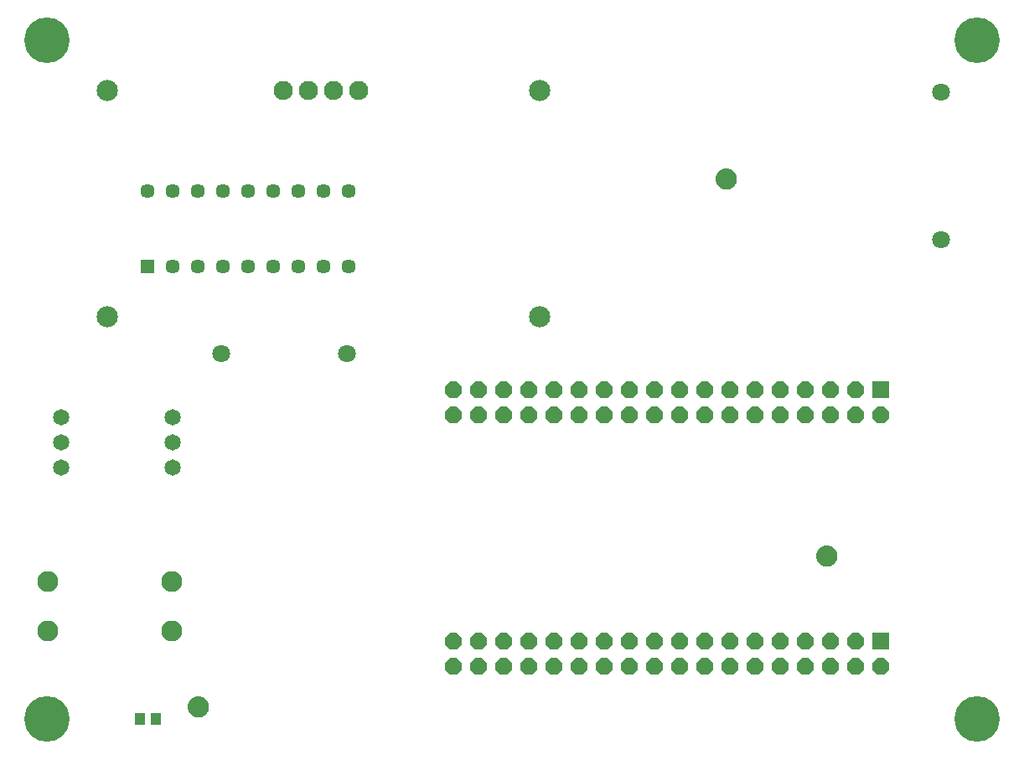
<source format=gbr>
G04 EAGLE Gerber RS-274X export*
G75*
%MOMM*%
%FSLAX34Y34*%
%LPD*%
%INSoldermask Top*%
%IPPOS*%
%AMOC8*
5,1,8,0,0,1.08239X$1,22.5*%
G01*
%ADD10C,2.112400*%
%ADD11C,1.803400*%
%ADD12R,1.447800X1.447800*%
%ADD13C,1.447800*%
%ADD14C,2.152400*%
%ADD15C,1.930400*%
%ADD16C,1.651000*%
%ADD17R,1.676400X1.676400*%
%ADD18P,1.814519X8X202.500000*%
%ADD19C,4.597400*%
%ADD20C,0.609600*%
%ADD21C,1.168400*%
%ADD22R,1.102359X1.183641*%


D10*
X39100Y177400D03*
X39100Y127400D03*
X164100Y127400D03*
X164100Y177400D03*
D11*
X341100Y407700D03*
X214100Y407700D03*
D12*
X139700Y495300D03*
D13*
X165100Y495300D03*
X190500Y495300D03*
X215900Y495300D03*
X241300Y495300D03*
X266700Y495300D03*
X292100Y495300D03*
X317500Y495300D03*
X342900Y495300D03*
X342900Y571500D03*
X317500Y571500D03*
X292100Y571500D03*
X266700Y571500D03*
X241300Y571500D03*
X215900Y571500D03*
X190500Y571500D03*
X165100Y571500D03*
X139700Y571500D03*
D11*
X941100Y522500D03*
X941100Y671300D03*
D14*
X535940Y444500D03*
X99060Y444500D03*
X535940Y673100D03*
X99060Y673100D03*
D15*
X276860Y673100D03*
X302260Y673100D03*
X327660Y673100D03*
X353060Y673100D03*
D16*
X165100Y342900D03*
X165100Y317500D03*
X165100Y292100D03*
X52578Y342900D03*
X52578Y317500D03*
X52578Y292100D03*
D17*
X880700Y371100D03*
D18*
X880700Y345700D03*
X855300Y371100D03*
X855300Y345700D03*
X829900Y371100D03*
X829900Y345700D03*
X804500Y371100D03*
X804500Y345700D03*
X779100Y371100D03*
X779100Y345700D03*
X753700Y371100D03*
X753700Y345700D03*
X728300Y371100D03*
X728300Y345700D03*
X702900Y371100D03*
X702900Y345700D03*
X677500Y371100D03*
X677500Y345700D03*
X652100Y371100D03*
X652100Y345700D03*
X626700Y371100D03*
X626700Y345700D03*
X601300Y371100D03*
X601300Y345700D03*
X575900Y371100D03*
X575900Y345700D03*
X550500Y371100D03*
X550500Y345700D03*
X525100Y371100D03*
X525100Y345700D03*
X499700Y371100D03*
X499700Y345700D03*
X474300Y371100D03*
X474300Y345700D03*
X448900Y371100D03*
X448900Y345700D03*
D17*
X880700Y117100D03*
D18*
X880700Y91700D03*
X855300Y117100D03*
X855300Y91700D03*
X829900Y117100D03*
X829900Y91700D03*
X804500Y117100D03*
X804500Y91700D03*
X779100Y117100D03*
X779100Y91700D03*
X753700Y117100D03*
X753700Y91700D03*
X728300Y117100D03*
X728300Y91700D03*
X702900Y117100D03*
X702900Y91700D03*
X677500Y117100D03*
X677500Y91700D03*
X652100Y117100D03*
X652100Y91700D03*
X626700Y117100D03*
X626700Y91700D03*
X601300Y117100D03*
X601300Y91700D03*
X575900Y117100D03*
X575900Y91700D03*
X550500Y117100D03*
X550500Y91700D03*
X525100Y117100D03*
X525100Y91700D03*
X499700Y117100D03*
X499700Y91700D03*
X474300Y117100D03*
X474300Y91700D03*
X448900Y117100D03*
X448900Y91700D03*
D19*
X38100Y38100D03*
X977900Y723900D03*
X38100Y723900D03*
X977900Y38100D03*
D20*
X182880Y50800D02*
X182882Y50987D01*
X182889Y51174D01*
X182901Y51361D01*
X182917Y51547D01*
X182937Y51733D01*
X182962Y51918D01*
X182992Y52103D01*
X183026Y52287D01*
X183065Y52470D01*
X183108Y52652D01*
X183156Y52832D01*
X183208Y53012D01*
X183265Y53190D01*
X183325Y53367D01*
X183391Y53542D01*
X183460Y53716D01*
X183534Y53888D01*
X183612Y54058D01*
X183694Y54226D01*
X183780Y54392D01*
X183870Y54556D01*
X183964Y54717D01*
X184062Y54877D01*
X184164Y55033D01*
X184270Y55188D01*
X184380Y55339D01*
X184493Y55488D01*
X184610Y55634D01*
X184730Y55777D01*
X184854Y55917D01*
X184981Y56054D01*
X185112Y56188D01*
X185246Y56319D01*
X185383Y56446D01*
X185523Y56570D01*
X185666Y56690D01*
X185812Y56807D01*
X185961Y56920D01*
X186112Y57030D01*
X186267Y57136D01*
X186423Y57238D01*
X186583Y57336D01*
X186744Y57430D01*
X186908Y57520D01*
X187074Y57606D01*
X187242Y57688D01*
X187412Y57766D01*
X187584Y57840D01*
X187758Y57909D01*
X187933Y57975D01*
X188110Y58035D01*
X188288Y58092D01*
X188468Y58144D01*
X188648Y58192D01*
X188830Y58235D01*
X189013Y58274D01*
X189197Y58308D01*
X189382Y58338D01*
X189567Y58363D01*
X189753Y58383D01*
X189939Y58399D01*
X190126Y58411D01*
X190313Y58418D01*
X190500Y58420D01*
X190687Y58418D01*
X190874Y58411D01*
X191061Y58399D01*
X191247Y58383D01*
X191433Y58363D01*
X191618Y58338D01*
X191803Y58308D01*
X191987Y58274D01*
X192170Y58235D01*
X192352Y58192D01*
X192532Y58144D01*
X192712Y58092D01*
X192890Y58035D01*
X193067Y57975D01*
X193242Y57909D01*
X193416Y57840D01*
X193588Y57766D01*
X193758Y57688D01*
X193926Y57606D01*
X194092Y57520D01*
X194256Y57430D01*
X194417Y57336D01*
X194577Y57238D01*
X194733Y57136D01*
X194888Y57030D01*
X195039Y56920D01*
X195188Y56807D01*
X195334Y56690D01*
X195477Y56570D01*
X195617Y56446D01*
X195754Y56319D01*
X195888Y56188D01*
X196019Y56054D01*
X196146Y55917D01*
X196270Y55777D01*
X196390Y55634D01*
X196507Y55488D01*
X196620Y55339D01*
X196730Y55188D01*
X196836Y55033D01*
X196938Y54877D01*
X197036Y54717D01*
X197130Y54556D01*
X197220Y54392D01*
X197306Y54226D01*
X197388Y54058D01*
X197466Y53888D01*
X197540Y53716D01*
X197609Y53542D01*
X197675Y53367D01*
X197735Y53190D01*
X197792Y53012D01*
X197844Y52832D01*
X197892Y52652D01*
X197935Y52470D01*
X197974Y52287D01*
X198008Y52103D01*
X198038Y51918D01*
X198063Y51733D01*
X198083Y51547D01*
X198099Y51361D01*
X198111Y51174D01*
X198118Y50987D01*
X198120Y50800D01*
X198118Y50613D01*
X198111Y50426D01*
X198099Y50239D01*
X198083Y50053D01*
X198063Y49867D01*
X198038Y49682D01*
X198008Y49497D01*
X197974Y49313D01*
X197935Y49130D01*
X197892Y48948D01*
X197844Y48768D01*
X197792Y48588D01*
X197735Y48410D01*
X197675Y48233D01*
X197609Y48058D01*
X197540Y47884D01*
X197466Y47712D01*
X197388Y47542D01*
X197306Y47374D01*
X197220Y47208D01*
X197130Y47044D01*
X197036Y46883D01*
X196938Y46723D01*
X196836Y46567D01*
X196730Y46412D01*
X196620Y46261D01*
X196507Y46112D01*
X196390Y45966D01*
X196270Y45823D01*
X196146Y45683D01*
X196019Y45546D01*
X195888Y45412D01*
X195754Y45281D01*
X195617Y45154D01*
X195477Y45030D01*
X195334Y44910D01*
X195188Y44793D01*
X195039Y44680D01*
X194888Y44570D01*
X194733Y44464D01*
X194577Y44362D01*
X194417Y44264D01*
X194256Y44170D01*
X194092Y44080D01*
X193926Y43994D01*
X193758Y43912D01*
X193588Y43834D01*
X193416Y43760D01*
X193242Y43691D01*
X193067Y43625D01*
X192890Y43565D01*
X192712Y43508D01*
X192532Y43456D01*
X192352Y43408D01*
X192170Y43365D01*
X191987Y43326D01*
X191803Y43292D01*
X191618Y43262D01*
X191433Y43237D01*
X191247Y43217D01*
X191061Y43201D01*
X190874Y43189D01*
X190687Y43182D01*
X190500Y43180D01*
X190313Y43182D01*
X190126Y43189D01*
X189939Y43201D01*
X189753Y43217D01*
X189567Y43237D01*
X189382Y43262D01*
X189197Y43292D01*
X189013Y43326D01*
X188830Y43365D01*
X188648Y43408D01*
X188468Y43456D01*
X188288Y43508D01*
X188110Y43565D01*
X187933Y43625D01*
X187758Y43691D01*
X187584Y43760D01*
X187412Y43834D01*
X187242Y43912D01*
X187074Y43994D01*
X186908Y44080D01*
X186744Y44170D01*
X186583Y44264D01*
X186423Y44362D01*
X186267Y44464D01*
X186112Y44570D01*
X185961Y44680D01*
X185812Y44793D01*
X185666Y44910D01*
X185523Y45030D01*
X185383Y45154D01*
X185246Y45281D01*
X185112Y45412D01*
X184981Y45546D01*
X184854Y45683D01*
X184730Y45823D01*
X184610Y45966D01*
X184493Y46112D01*
X184380Y46261D01*
X184270Y46412D01*
X184164Y46567D01*
X184062Y46723D01*
X183964Y46883D01*
X183870Y47044D01*
X183780Y47208D01*
X183694Y47374D01*
X183612Y47542D01*
X183534Y47712D01*
X183460Y47884D01*
X183391Y48058D01*
X183325Y48233D01*
X183265Y48410D01*
X183208Y48588D01*
X183156Y48768D01*
X183108Y48948D01*
X183065Y49130D01*
X183026Y49313D01*
X182992Y49497D01*
X182962Y49682D01*
X182937Y49867D01*
X182917Y50053D01*
X182901Y50239D01*
X182889Y50426D01*
X182882Y50613D01*
X182880Y50800D01*
D21*
X190500Y50800D03*
D20*
X817880Y203200D02*
X817882Y203387D01*
X817889Y203574D01*
X817901Y203761D01*
X817917Y203947D01*
X817937Y204133D01*
X817962Y204318D01*
X817992Y204503D01*
X818026Y204687D01*
X818065Y204870D01*
X818108Y205052D01*
X818156Y205232D01*
X818208Y205412D01*
X818265Y205590D01*
X818325Y205767D01*
X818391Y205942D01*
X818460Y206116D01*
X818534Y206288D01*
X818612Y206458D01*
X818694Y206626D01*
X818780Y206792D01*
X818870Y206956D01*
X818964Y207117D01*
X819062Y207277D01*
X819164Y207433D01*
X819270Y207588D01*
X819380Y207739D01*
X819493Y207888D01*
X819610Y208034D01*
X819730Y208177D01*
X819854Y208317D01*
X819981Y208454D01*
X820112Y208588D01*
X820246Y208719D01*
X820383Y208846D01*
X820523Y208970D01*
X820666Y209090D01*
X820812Y209207D01*
X820961Y209320D01*
X821112Y209430D01*
X821267Y209536D01*
X821423Y209638D01*
X821583Y209736D01*
X821744Y209830D01*
X821908Y209920D01*
X822074Y210006D01*
X822242Y210088D01*
X822412Y210166D01*
X822584Y210240D01*
X822758Y210309D01*
X822933Y210375D01*
X823110Y210435D01*
X823288Y210492D01*
X823468Y210544D01*
X823648Y210592D01*
X823830Y210635D01*
X824013Y210674D01*
X824197Y210708D01*
X824382Y210738D01*
X824567Y210763D01*
X824753Y210783D01*
X824939Y210799D01*
X825126Y210811D01*
X825313Y210818D01*
X825500Y210820D01*
X825687Y210818D01*
X825874Y210811D01*
X826061Y210799D01*
X826247Y210783D01*
X826433Y210763D01*
X826618Y210738D01*
X826803Y210708D01*
X826987Y210674D01*
X827170Y210635D01*
X827352Y210592D01*
X827532Y210544D01*
X827712Y210492D01*
X827890Y210435D01*
X828067Y210375D01*
X828242Y210309D01*
X828416Y210240D01*
X828588Y210166D01*
X828758Y210088D01*
X828926Y210006D01*
X829092Y209920D01*
X829256Y209830D01*
X829417Y209736D01*
X829577Y209638D01*
X829733Y209536D01*
X829888Y209430D01*
X830039Y209320D01*
X830188Y209207D01*
X830334Y209090D01*
X830477Y208970D01*
X830617Y208846D01*
X830754Y208719D01*
X830888Y208588D01*
X831019Y208454D01*
X831146Y208317D01*
X831270Y208177D01*
X831390Y208034D01*
X831507Y207888D01*
X831620Y207739D01*
X831730Y207588D01*
X831836Y207433D01*
X831938Y207277D01*
X832036Y207117D01*
X832130Y206956D01*
X832220Y206792D01*
X832306Y206626D01*
X832388Y206458D01*
X832466Y206288D01*
X832540Y206116D01*
X832609Y205942D01*
X832675Y205767D01*
X832735Y205590D01*
X832792Y205412D01*
X832844Y205232D01*
X832892Y205052D01*
X832935Y204870D01*
X832974Y204687D01*
X833008Y204503D01*
X833038Y204318D01*
X833063Y204133D01*
X833083Y203947D01*
X833099Y203761D01*
X833111Y203574D01*
X833118Y203387D01*
X833120Y203200D01*
X833118Y203013D01*
X833111Y202826D01*
X833099Y202639D01*
X833083Y202453D01*
X833063Y202267D01*
X833038Y202082D01*
X833008Y201897D01*
X832974Y201713D01*
X832935Y201530D01*
X832892Y201348D01*
X832844Y201168D01*
X832792Y200988D01*
X832735Y200810D01*
X832675Y200633D01*
X832609Y200458D01*
X832540Y200284D01*
X832466Y200112D01*
X832388Y199942D01*
X832306Y199774D01*
X832220Y199608D01*
X832130Y199444D01*
X832036Y199283D01*
X831938Y199123D01*
X831836Y198967D01*
X831730Y198812D01*
X831620Y198661D01*
X831507Y198512D01*
X831390Y198366D01*
X831270Y198223D01*
X831146Y198083D01*
X831019Y197946D01*
X830888Y197812D01*
X830754Y197681D01*
X830617Y197554D01*
X830477Y197430D01*
X830334Y197310D01*
X830188Y197193D01*
X830039Y197080D01*
X829888Y196970D01*
X829733Y196864D01*
X829577Y196762D01*
X829417Y196664D01*
X829256Y196570D01*
X829092Y196480D01*
X828926Y196394D01*
X828758Y196312D01*
X828588Y196234D01*
X828416Y196160D01*
X828242Y196091D01*
X828067Y196025D01*
X827890Y195965D01*
X827712Y195908D01*
X827532Y195856D01*
X827352Y195808D01*
X827170Y195765D01*
X826987Y195726D01*
X826803Y195692D01*
X826618Y195662D01*
X826433Y195637D01*
X826247Y195617D01*
X826061Y195601D01*
X825874Y195589D01*
X825687Y195582D01*
X825500Y195580D01*
X825313Y195582D01*
X825126Y195589D01*
X824939Y195601D01*
X824753Y195617D01*
X824567Y195637D01*
X824382Y195662D01*
X824197Y195692D01*
X824013Y195726D01*
X823830Y195765D01*
X823648Y195808D01*
X823468Y195856D01*
X823288Y195908D01*
X823110Y195965D01*
X822933Y196025D01*
X822758Y196091D01*
X822584Y196160D01*
X822412Y196234D01*
X822242Y196312D01*
X822074Y196394D01*
X821908Y196480D01*
X821744Y196570D01*
X821583Y196664D01*
X821423Y196762D01*
X821267Y196864D01*
X821112Y196970D01*
X820961Y197080D01*
X820812Y197193D01*
X820666Y197310D01*
X820523Y197430D01*
X820383Y197554D01*
X820246Y197681D01*
X820112Y197812D01*
X819981Y197946D01*
X819854Y198083D01*
X819730Y198223D01*
X819610Y198366D01*
X819493Y198512D01*
X819380Y198661D01*
X819270Y198812D01*
X819164Y198967D01*
X819062Y199123D01*
X818964Y199283D01*
X818870Y199444D01*
X818780Y199608D01*
X818694Y199774D01*
X818612Y199942D01*
X818534Y200112D01*
X818460Y200284D01*
X818391Y200458D01*
X818325Y200633D01*
X818265Y200810D01*
X818208Y200988D01*
X818156Y201168D01*
X818108Y201348D01*
X818065Y201530D01*
X818026Y201713D01*
X817992Y201897D01*
X817962Y202082D01*
X817937Y202267D01*
X817917Y202453D01*
X817901Y202639D01*
X817889Y202826D01*
X817882Y203013D01*
X817880Y203200D01*
D21*
X825500Y203200D03*
D20*
X716280Y584200D02*
X716282Y584387D01*
X716289Y584574D01*
X716301Y584761D01*
X716317Y584947D01*
X716337Y585133D01*
X716362Y585318D01*
X716392Y585503D01*
X716426Y585687D01*
X716465Y585870D01*
X716508Y586052D01*
X716556Y586232D01*
X716608Y586412D01*
X716665Y586590D01*
X716725Y586767D01*
X716791Y586942D01*
X716860Y587116D01*
X716934Y587288D01*
X717012Y587458D01*
X717094Y587626D01*
X717180Y587792D01*
X717270Y587956D01*
X717364Y588117D01*
X717462Y588277D01*
X717564Y588433D01*
X717670Y588588D01*
X717780Y588739D01*
X717893Y588888D01*
X718010Y589034D01*
X718130Y589177D01*
X718254Y589317D01*
X718381Y589454D01*
X718512Y589588D01*
X718646Y589719D01*
X718783Y589846D01*
X718923Y589970D01*
X719066Y590090D01*
X719212Y590207D01*
X719361Y590320D01*
X719512Y590430D01*
X719667Y590536D01*
X719823Y590638D01*
X719983Y590736D01*
X720144Y590830D01*
X720308Y590920D01*
X720474Y591006D01*
X720642Y591088D01*
X720812Y591166D01*
X720984Y591240D01*
X721158Y591309D01*
X721333Y591375D01*
X721510Y591435D01*
X721688Y591492D01*
X721868Y591544D01*
X722048Y591592D01*
X722230Y591635D01*
X722413Y591674D01*
X722597Y591708D01*
X722782Y591738D01*
X722967Y591763D01*
X723153Y591783D01*
X723339Y591799D01*
X723526Y591811D01*
X723713Y591818D01*
X723900Y591820D01*
X724087Y591818D01*
X724274Y591811D01*
X724461Y591799D01*
X724647Y591783D01*
X724833Y591763D01*
X725018Y591738D01*
X725203Y591708D01*
X725387Y591674D01*
X725570Y591635D01*
X725752Y591592D01*
X725932Y591544D01*
X726112Y591492D01*
X726290Y591435D01*
X726467Y591375D01*
X726642Y591309D01*
X726816Y591240D01*
X726988Y591166D01*
X727158Y591088D01*
X727326Y591006D01*
X727492Y590920D01*
X727656Y590830D01*
X727817Y590736D01*
X727977Y590638D01*
X728133Y590536D01*
X728288Y590430D01*
X728439Y590320D01*
X728588Y590207D01*
X728734Y590090D01*
X728877Y589970D01*
X729017Y589846D01*
X729154Y589719D01*
X729288Y589588D01*
X729419Y589454D01*
X729546Y589317D01*
X729670Y589177D01*
X729790Y589034D01*
X729907Y588888D01*
X730020Y588739D01*
X730130Y588588D01*
X730236Y588433D01*
X730338Y588277D01*
X730436Y588117D01*
X730530Y587956D01*
X730620Y587792D01*
X730706Y587626D01*
X730788Y587458D01*
X730866Y587288D01*
X730940Y587116D01*
X731009Y586942D01*
X731075Y586767D01*
X731135Y586590D01*
X731192Y586412D01*
X731244Y586232D01*
X731292Y586052D01*
X731335Y585870D01*
X731374Y585687D01*
X731408Y585503D01*
X731438Y585318D01*
X731463Y585133D01*
X731483Y584947D01*
X731499Y584761D01*
X731511Y584574D01*
X731518Y584387D01*
X731520Y584200D01*
X731518Y584013D01*
X731511Y583826D01*
X731499Y583639D01*
X731483Y583453D01*
X731463Y583267D01*
X731438Y583082D01*
X731408Y582897D01*
X731374Y582713D01*
X731335Y582530D01*
X731292Y582348D01*
X731244Y582168D01*
X731192Y581988D01*
X731135Y581810D01*
X731075Y581633D01*
X731009Y581458D01*
X730940Y581284D01*
X730866Y581112D01*
X730788Y580942D01*
X730706Y580774D01*
X730620Y580608D01*
X730530Y580444D01*
X730436Y580283D01*
X730338Y580123D01*
X730236Y579967D01*
X730130Y579812D01*
X730020Y579661D01*
X729907Y579512D01*
X729790Y579366D01*
X729670Y579223D01*
X729546Y579083D01*
X729419Y578946D01*
X729288Y578812D01*
X729154Y578681D01*
X729017Y578554D01*
X728877Y578430D01*
X728734Y578310D01*
X728588Y578193D01*
X728439Y578080D01*
X728288Y577970D01*
X728133Y577864D01*
X727977Y577762D01*
X727817Y577664D01*
X727656Y577570D01*
X727492Y577480D01*
X727326Y577394D01*
X727158Y577312D01*
X726988Y577234D01*
X726816Y577160D01*
X726642Y577091D01*
X726467Y577025D01*
X726290Y576965D01*
X726112Y576908D01*
X725932Y576856D01*
X725752Y576808D01*
X725570Y576765D01*
X725387Y576726D01*
X725203Y576692D01*
X725018Y576662D01*
X724833Y576637D01*
X724647Y576617D01*
X724461Y576601D01*
X724274Y576589D01*
X724087Y576582D01*
X723900Y576580D01*
X723713Y576582D01*
X723526Y576589D01*
X723339Y576601D01*
X723153Y576617D01*
X722967Y576637D01*
X722782Y576662D01*
X722597Y576692D01*
X722413Y576726D01*
X722230Y576765D01*
X722048Y576808D01*
X721868Y576856D01*
X721688Y576908D01*
X721510Y576965D01*
X721333Y577025D01*
X721158Y577091D01*
X720984Y577160D01*
X720812Y577234D01*
X720642Y577312D01*
X720474Y577394D01*
X720308Y577480D01*
X720144Y577570D01*
X719983Y577664D01*
X719823Y577762D01*
X719667Y577864D01*
X719512Y577970D01*
X719361Y578080D01*
X719212Y578193D01*
X719066Y578310D01*
X718923Y578430D01*
X718783Y578554D01*
X718646Y578681D01*
X718512Y578812D01*
X718381Y578946D01*
X718254Y579083D01*
X718130Y579223D01*
X718010Y579366D01*
X717893Y579512D01*
X717780Y579661D01*
X717670Y579812D01*
X717564Y579967D01*
X717462Y580123D01*
X717364Y580283D01*
X717270Y580444D01*
X717180Y580608D01*
X717094Y580774D01*
X717012Y580942D01*
X716934Y581112D01*
X716860Y581284D01*
X716791Y581458D01*
X716725Y581633D01*
X716665Y581810D01*
X716608Y581988D01*
X716556Y582168D01*
X716508Y582348D01*
X716465Y582530D01*
X716426Y582713D01*
X716392Y582897D01*
X716362Y583082D01*
X716337Y583267D01*
X716317Y583453D01*
X716301Y583639D01*
X716289Y583826D01*
X716282Y584013D01*
X716280Y584200D01*
D21*
X723900Y584200D03*
D22*
X147701Y38100D03*
X131699Y38100D03*
M02*

</source>
